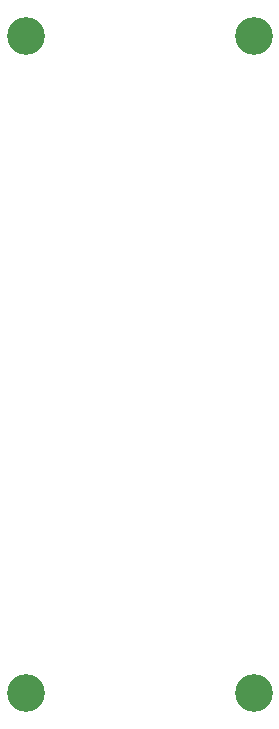
<source format=gbr>
%TF.GenerationSoftware,Altium Limited,Altium Designer,21.3.2 (30)*%
G04 Layer_Color=0*
%FSLAX26Y26*%
%MOIN*%
%TF.SameCoordinates,5CB9DBA1-4DA9-4ED0-9B61-E5D9B39C4D3D*%
%TF.FilePolarity,Positive*%
%TF.FileFunction,NonPlated,1,2,NPTH,Drill*%
%TF.Part,Single*%
G01*
G75*
%TA.AperFunction,ComponentDrill*%
%ADD129C,0.125984*%
D129*
X1526843Y569245D02*
D03*
X767000D02*
D03*
X1526843Y2759009D02*
D03*
X767000D02*
D03*
%TF.MD5,af6712bc78ad2e09fbf65d14d0e01837*%
M02*

</source>
